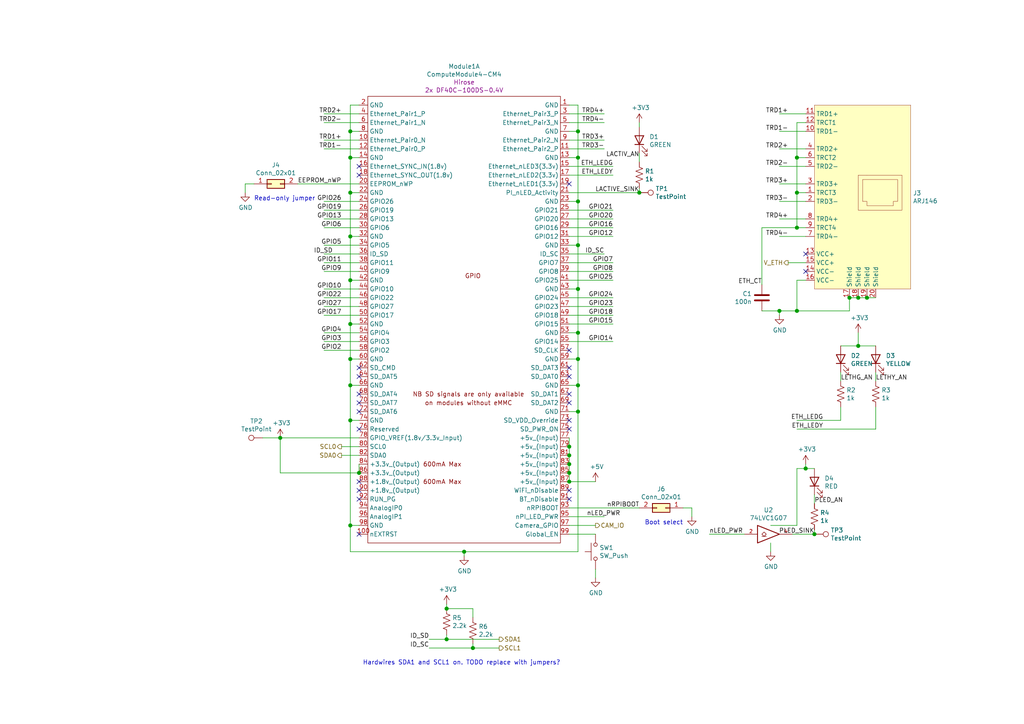
<source format=kicad_sch>
(kicad_sch (version 20201015) (generator eeschema)
  (paper "A4")
  (title_block (title "CM4 Breakout 1 (GPIO and Ethernet)"))
  (lib_symbols
    (symbol "74xGxx:74LVC1G07" (pin_names (offset 1.016))
      (property "Reference" "U" (at -2.54 3.81 0))
      (property "Value" "74LVC1G07" (at 0 -3.81 0))
      (symbol "74LVC1G07_0_1"
        (polyline (pts (xy -2.54 -0.635) (xy -1.27 -0.635)))
        (polyline (pts (xy -3.81 2.54) (xy -3.81 -2.54) (xy 2.54 0) (xy -3.81 2.54)) (stroke (width 0.254)))
        (polyline (pts (xy -1.905 0.635) (xy -2.54 0) (xy -1.905 -0.635) (xy -1.27 0) (xy -1.905 0.635)))
      )
      (symbol "74LVC1G07_1_1"
        (pin input line (at -7.62 0 0) (length 3.81) (name "~") (number "2"))
        (pin power_in line (at 0 -2.54 270) (length 0) hide (name "GND") (number "3"))
        (pin open_collector line (at 6.35 0 180) (length 3.81) (name "~") (number "4"))
        (pin power_in line (at 0 2.54 90) (length 0) hide (name "VCC") (number "5"))
      )
    )
    (symbol "CM4IO:ComputeModule4-CM4"
      (property "Reference" "Module" (at 113.03 -68.58 0))
      (property "Value" "ComputeModule4-CM4" (at 140.97 2.54 0))
      (property "Field4" "Hirose" (at 0 0 0))
      (property "Field5" "2x DF40C-100DS-0.4V" (at 0 -2.54 0))
      (symbol "ComputeModule4-CM4_1_0"
        (text "GPIO" (at 0 6.35 0) (effects (font (size 1.27 1.27))))
      )
      (symbol "ComputeModule4-CM4_1_1"
        (text "600mA Max" (at -8.89 -53.34 0) (effects (font (size 1.27 1.27))))
        (text "600mA Max" (at -8.89 -48.26 0) (effects (font (size 1.27 1.27))))
        (text "NB SD signals are only available" (at -1.27 -27.94 0) (effects (font (size 1.27 1.27))))
        (text "on modules without eMMC" (at -1.27 -30.48 0) (effects (font (size 1.27 1.27))))
        (rectangle (start -30.48 -71.12) (end 25.4 58.42))
        (pin power_in line (at 27.94 55.88 180) (length 2.54) (name "GND") (number "1"))
        (pin passive line (at -33.02 45.72 0) (length 2.54) (name "Ethernet_Pair0_N") (number "10"))
        (pin output line (at -33.02 -68.58 0) (length 2.54) (name "nEXTRST") (number "100"))
        (pin passive line (at 27.94 43.18 180) (length 2.54) (name "Ethernet_Pair2_P") (number "11"))
        (pin passive line (at -33.02 43.18 0) (length 2.54) (name "Ethernet_Pair0_P") (number "12"))
        (pin power_in line (at 27.94 40.64 180) (length 2.54) (name "GND") (number "13"))
        (pin power_in line (at -33.02 40.64 0) (length 2.54) (name "GND") (number "14"))
        (pin output line (at 27.94 38.1 180) (length 2.54) (name "Ethernet_nLED3(3.3v)") (number "15"))
        (pin input line (at -33.02 38.1 0) (length 2.54) (name "Ethernet_SYNC_IN(1.8v)") (number "16"))
        (pin output line (at 27.94 35.56 180) (length 2.54) (name "Ethernet_nLED2(3.3v)") (number "17"))
        (pin input line (at -33.02 35.56 0) (length 2.54) (name "Ethernet_SYNC_OUT(1.8v)") (number "18"))
        (pin output line (at 27.94 33.02 180) (length 2.54) (name "Ethernet_nLED1(3.3v)") (number "19"))
        (pin power_in line (at -33.02 55.88 0) (length 2.54) (name "GND") (number "2"))
        (pin passive line (at -33.02 33.02 0) (length 2.54) (name "EEPROM_nWP") (number "20"))
        (pin open_collector line (at 27.94 30.48 180) (length 2.54) (name "PI_nLED_Activity") (number "21"))
        (pin power_in line (at -33.02 30.48 0) (length 2.54) (name "GND") (number "22"))
        (pin power_in line (at 27.94 27.94 180) (length 2.54) (name "GND") (number "23"))
        (pin passive line (at -33.02 27.94 0) (length 2.54) (name "GPIO26") (number "24"))
        (pin passive line (at 27.94 25.4 180) (length 2.54) (name "GPIO21") (number "25"))
        (pin passive line (at -33.02 25.4 0) (length 2.54) (name "GPIO19") (number "26"))
        (pin passive line (at 27.94 22.86 180) (length 2.54) (name "GPIO20") (number "27"))
        (pin passive line (at -33.02 22.86 0) (length 2.54) (name "GPIO13") (number "28"))
        (pin passive line (at 27.94 20.32 180) (length 2.54) (name "GPIO16") (number "29"))
        (pin passive line (at 27.94 53.34 180) (length 2.54) (name "Ethernet_Pair3_P") (number "3"))
        (pin passive line (at -33.02 20.32 0) (length 2.54) (name "GPIO6") (number "30"))
        (pin passive line (at 27.94 17.78 180) (length 2.54) (name "GPIO12") (number "31"))
        (pin power_in line (at -33.02 17.78 0) (length 2.54) (name "GND") (number "32"))
        (pin power_in line (at 27.94 15.24 180) (length 2.54) (name "GND") (number "33"))
        (pin passive line (at -33.02 15.24 0) (length 2.54) (name "GPIO5") (number "34"))
        (pin passive line (at 27.94 12.7 180) (length 2.54) (name "ID_SC") (number "35"))
        (pin passive line (at -33.02 12.7 0) (length 2.54) (name "ID_SD") (number "36"))
        (pin passive line (at 27.94 10.16 180) (length 2.54) (name "GPIO7") (number "37"))
        (pin passive line (at -33.02 10.16 0) (length 2.54) (name "GPIO11") (number "38"))
        (pin passive line (at 27.94 7.62 180) (length 2.54) (name "GPIO8") (number "39"))
        (pin passive line (at -33.02 53.34 0) (length 2.54) (name "Ethernet_Pair1_P") (number "4"))
        (pin passive line (at -33.02 7.62 0) (length 2.54) (name "GPIO9") (number "40"))
        (pin passive line (at 27.94 5.08 180) (length 2.54) (name "GPIO25") (number "41"))
        (pin power_in line (at -33.02 5.08 0) (length 2.54) (name "GND") (number "42"))
        (pin power_in line (at 27.94 2.54 180) (length 2.54) (name "GND") (number "43"))
        (pin passive line (at -33.02 2.54 0) (length 2.54) (name "GPIO10") (number "44"))
        (pin passive line (at 27.94 0 180) (length 2.54) (name "GPIO24") (number "45"))
        (pin passive line (at -33.02 0 0) (length 2.54) (name "GPIO22") (number "46"))
        (pin passive line (at 27.94 -2.54 180) (length 2.54) (name "GPIO23") (number "47"))
        (pin passive line (at -33.02 -2.54 0) (length 2.54) (name "GPIO27") (number "48"))
        (pin passive line (at 27.94 -5.08 180) (length 2.54) (name "GPIO18") (number "49"))
        (pin passive line (at 27.94 50.8 180) (length 2.54) (name "Ethernet_Pair3_N") (number "5"))
        (pin passive line (at -33.02 -5.08 0) (length 2.54) (name "GPIO17") (number "50"))
        (pin passive line (at 27.94 -7.62 180) (length 2.54) (name "GPIO15") (number "51"))
        (pin power_in line (at -33.02 -7.62 0) (length 2.54) (name "GND") (number "52"))
        (pin power_in line (at 27.94 -10.16 180) (length 2.54) (name "GND") (number "53"))
        (pin passive line (at -33.02 -10.16 0) (length 2.54) (name "GPIO4") (number "54"))
        (pin passive line (at 27.94 -12.7 180) (length 2.54) (name "GPIO14") (number "55"))
        (pin passive line (at -33.02 -12.7 0) (length 2.54) (name "GPIO3") (number "56"))
        (pin passive line (at 27.94 -15.24 180) (length 2.54) (name "SD_CLK") (number "57"))
        (pin passive line (at -33.02 -15.24 0) (length 2.54) (name "GPIO2") (number "58"))
        (pin power_in line (at 27.94 -17.78 180) (length 2.54) (name "GND") (number "59"))
        (pin passive line (at -33.02 50.8 0) (length 2.54) (name "Ethernet_Pair1_N") (number "6"))
        (pin power_in line (at -33.02 -17.78 0) (length 2.54) (name "GND") (number "60"))
        (pin passive line (at 27.94 -20.32 180) (length 2.54) (name "SD_DAT3") (number "61"))
        (pin passive line (at -33.02 -20.32 0) (length 2.54) (name "SD_CMD") (number "62"))
        (pin passive line (at 27.94 -22.86 180) (length 2.54) (name "SD_DAT0") (number "63"))
        (pin passive line (at -33.02 -22.86 0) (length 2.54) (name "SD_DAT5") (number "64"))
        (pin power_in line (at 27.94 -25.4 180) (length 2.54) (name "GND") (number "65"))
        (pin power_in line (at -33.02 -25.4 0) (length 2.54) (name "GND") (number "66"))
        (pin passive line (at 27.94 -27.94 180) (length 2.54) (name "SD_DAT1") (number "67"))
        (pin passive line (at -33.02 -27.94 0) (length 2.54) (name "SD_DAT4") (number "68"))
        (pin passive line (at 27.94 -30.48 180) (length 2.54) (name "SD_DAT2") (number "69"))
        (pin power_in line (at 27.94 48.26 180) (length 2.54) (name "GND") (number "7"))
        (pin passive line (at -33.02 -30.48 0) (length 2.54) (name "SD_DAT7") (number "70"))
        (pin power_in line (at 27.94 -33.02 180) (length 2.54) (name "GND") (number "71"))
        (pin passive line (at -33.02 -33.02 0) (length 2.54) (name "SD_DAT6") (number "72"))
        (pin input line (at 27.94 -35.56 180) (length 2.54) (name "SD_VDD_Override") (number "73"))
        (pin power_in line (at -33.02 -35.56 0) (length 2.54) (name "GND") (number "74"))
        (pin output line (at 27.94 -38.1 180) (length 2.54) (name "SD_PWR_ON") (number "75"))
        (pin passive line (at -33.02 -38.1 0) (length 2.54) (name "Reserved") (number "76"))
        (pin power_in line (at 27.94 -40.64 180) (length 2.54) (name "+5v_(Input)") (number "77"))
        (pin power_in line (at -33.02 -40.64 0) (length 2.54) (name "GPIO_VREF(1.8v/3.3v_Input)") (number "78"))
        (pin power_in line (at 27.94 -43.18 180) (length 2.54) (name "+5v_(Input)") (number "79"))
        (pin power_in line (at -33.02 48.26 0) (length 2.54) (name "GND") (number "8"))
        (pin passive line (at -33.02 -43.18 0) (length 2.54) (name "SCL0") (number "80"))
        (pin power_in line (at 27.94 -45.72 180) (length 2.54) (name "+5v_(Input)") (number "81"))
        (pin passive line (at -33.02 -45.72 0) (length 2.54) (name "SDA0") (number "82"))
        (pin power_in line (at 27.94 -48.26 180) (length 2.54) (name "+5v_(Input)") (number "83"))
        (pin power_out line (at -33.02 -48.26 0) (length 2.54) (name "+3.3v_(Output)") (number "84"))
        (pin power_in line (at 27.94 -50.8 180) (length 2.54) (name "+5v_(Input)") (number "85"))
        (pin power_out line (at -33.02 -50.8 0) (length 2.54) (name "+3.3v_(Output)") (number "86"))
        (pin power_in line (at 27.94 -53.34 180) (length 2.54) (name "+5v_(Input)") (number "87"))
        (pin power_out line (at -33.02 -53.34 0) (length 2.54) (name "+1.8v_(Output)") (number "88"))
        (pin power_in line (at 27.94 -55.88 180) (length 2.54) (name "WiFi_nDisable") (number "89"))
        (pin passive line (at 27.94 45.72 180) (length 2.54) (name "Ethernet_Pair2_N") (number "9"))
        (pin power_out line (at -33.02 -55.88 0) (length 2.54) (name "+1.8v_(Output)") (number "90"))
        (pin power_in line (at 27.94 -58.42 180) (length 2.54) (name "BT_nDisable") (number "91"))
        (pin passive line (at -33.02 -58.42 0) (length 2.54) (name "RUN_PG") (number "92"))
        (pin input line (at 27.94 -60.96 180) (length 2.54) (name "nRPIBOOT") (number "93"))
        (pin passive line (at -33.02 -60.96 0) (length 2.54) (name "AnalogIP0") (number "94"))
        (pin output line (at 27.94 -63.5 180) (length 2.54) (name "nPI_LED_PWR") (number "95"))
        (pin passive line (at -33.02 -63.5 0) (length 2.54) (name "AnalogIP1") (number "96"))
        (pin passive line (at 27.94 -66.04 180) (length 2.54) (name "Camera_GPIO") (number "97"))
        (pin power_in line (at -33.02 -66.04 0) (length 2.54) (name "GND") (number "98"))
        (pin input line (at 27.94 -68.58 180) (length 2.54) (name "Global_EN") (number "99"))
      )
      (symbol "ComputeModule4-CM4_2_1"
        (text "High Speed Serial" (at 140.97 0 0) (effects (font (size 1.27 1.27))))
        (rectangle (start 114.3 -66.04) (end 165.1 63.5))
        (pin input line (at 170.18 60.96 180) (length 5.08) (name "USB_OTG_ID") (number "101"))
        (pin input line (at 109.22 60.96 0) (length 5.08) (name "PCIe_CLK_nREQ") (number "102"))
        (pin passive line (at 170.18 58.42 180) (length 5.08) (name "USB2_N") (number "103"))
        (pin passive line (at 109.22 58.42 0) (length 5.08) (name "Reserved") (number "104"))
        (pin passive line (at 170.18 55.88 180) (length 5.08) (name "USB2_P") (number "105"))
        (pin passive line (at 109.22 55.88 0) (length 5.08) (name "Reserved") (number "106"))
        (pin power_in line (at 170.18 53.34 180) (length 5.08) (name "GND") (number "107"))
        (pin power_in line (at 109.22 53.34 0) (length 5.08) (name "GND") (number "108"))
        (pin bidirectional line (at 170.18 50.8 180) (length 5.08) (name "PCIe_nRST") (number "109"))
        (pin output line (at 109.22 50.8 0) (length 5.08) (name "PCIe_CLK_P") (number "110"))
        (pin passive line (at 170.18 48.26 180) (length 5.08) (name "VDAC_COMP") (number "111"))
        (pin output line (at 109.22 48.26 0) (length 5.08) (name "PCIe_CLK_N") (number "112"))
        (pin power_in line (at 170.18 45.72 180) (length 5.08) (name "GND") (number "113"))
        (pin power_in line (at 109.22 45.72 0) (length 5.08) (name "GND") (number "114"))
        (pin input line (at 170.18 43.18 180) (length 5.08) (name "CAM1_D0_N") (number "115"))
        (pin input line (at 109.22 43.18 0) (length 5.08) (name "PCIe_RX_P") (number "116"))
        (pin input line (at 170.18 40.64 180) (length 5.08) (name "CAM1_D0_P") (number "117"))
        (pin input line (at 109.22 40.64 0) (length 5.08) (name "PCIe_RX_N") (number "118"))
        (pin power_in line (at 170.18 38.1 180) (length 5.08) (name "GND") (number "119"))
        (pin power_in line (at 109.22 38.1 0) (length 5.08) (name "GND") (number "120"))
        (pin input line (at 170.18 35.56 180) (length 5.08) (name "CAM1_D1_N") (number "121"))
        (pin output line (at 109.22 35.56 0) (length 5.08) (name "PCIe_TX_P") (number "122"))
        (pin input line (at 170.18 33.02 180) (length 5.08) (name "CAM1_D1_P") (number "123"))
        (pin output line (at 109.22 33.02 0) (length 5.08) (name "PCIe_TX_N") (number "124"))
        (pin power_in line (at 170.18 30.48 180) (length 5.08) (name "GND") (number "125"))
        (pin power_in line (at 109.22 30.48 0) (length 5.08) (name "GND") (number "126"))
        (pin input line (at 170.18 27.94 180) (length 5.08) (name "CAM1_C_N") (number "127"))
        (pin input line (at 109.22 27.94 0) (length 5.08) (name "CAM0_D0_N") (number "128"))
        (pin input line (at 170.18 25.4 180) (length 5.08) (name "CAM1_C_P") (number "129"))
        (pin input line (at 109.22 25.4 0) (length 5.08) (name "CAM0_D0_P") (number "130"))
        (pin power_in line (at 170.18 22.86 180) (length 5.08) (name "GND") (number "131"))
        (pin power_in line (at 109.22 22.86 0) (length 5.08) (name "GND") (number "132"))
        (pin input line (at 170.18 20.32 180) (length 5.08) (name "CAM1_D2_N") (number "133"))
        (pin input line (at 109.22 20.32 0) (length 5.08) (name "CAM0_D1_N") (number "134"))
        (pin input line (at 170.18 17.78 180) (length 5.08) (name "CAM1_D2_P") (number "135"))
        (pin input line (at 109.22 17.78 0) (length 5.08) (name "CAM0_D1_P") (number "136"))
        (pin power_in line (at 170.18 15.24 180) (length 5.08) (name "GND") (number "137"))
        (pin power_in line (at 109.22 15.24 0) (length 5.08) (name "GND") (number "138"))
        (pin input line (at 170.18 12.7 180) (length 5.08) (name "CAM1_D3_N") (number "139"))
        (pin input line (at 109.22 12.7 0) (length 5.08) (name "CAM0_C_N") (number "140"))
        (pin input line (at 170.18 10.16 180) (length 5.08) (name "CAM1_D3_P") (number "141"))
        (pin input line (at 109.22 10.16 0) (length 5.08) (name "CAM0_C_P") (number "142"))
        (pin input line (at 170.18 7.62 180) (length 5.08) (name "HDMI1_HOTPLUG") (number "143"))
        (pin power_in line (at 109.22 7.62 0) (length 5.08) (name "GND") (number "144"))
        (pin bidirectional line (at 170.18 5.08 180) (length 5.08) (name "HDMI1_SDA") (number "145"))
        (pin output line (at 109.22 5.08 0) (length 5.08) (name "HDMI1_TX2_P") (number "146"))
        (pin open_collector line (at 170.18 2.54 180) (length 5.08) (name "HDMI1_SCL") (number "147"))
        (pin output line (at 109.22 2.54 0) (length 5.08) (name "HDMI1_TX2_N") (number "148"))
        (pin open_collector line (at 170.18 0 180) (length 5.08) (name "HDMI1_CEC") (number "149"))
        (pin power_in line (at 109.22 0 0) (length 5.08) (name "GND") (number "150"))
        (pin open_collector line (at 170.18 -2.54 180) (length 5.08) (name "HDMI0_CEC") (number "151"))
        (pin output line (at 109.22 -2.54 0) (length 5.08) (name "HDMI1_TX1_P") (number "152"))
        (pin input line (at 170.18 -5.08 180) (length 5.08) (name "HDMI0_HOTPLUG") (number "153"))
        (pin output line (at 109.22 -5.08 0) (length 5.08) (name "HDMI1_TX1_N") (number "154"))
        (pin power_in line (at 170.18 -7.62 180) (length 5.08) (name "GND") (number "155"))
        (pin power_in line (at 109.22 -7.62 0) (length 5.08) (name "GND") (number "156"))
        (pin output line (at 170.18 -10.16 180) (length 5.08) (name "DSI0_D0_N") (number "157"))
        (pin output line (at 109.22 -10.16 0) (length 5.08) (name "HDMI1_TX0_P") (number "158"))
        (pin output line (at 170.18 -12.7 180) (length 5.08) (name "DSI0_D0_P") (number "159"))
        (pin output line (at 109.22 -12.7 0) (length 5.08) (name "HDMI1_TX0_N") (number "160"))
        (pin power_in line (at 170.18 -15.24 180) (length 5.08) (name "GND") (number "161"))
        (pin power_in line (at 109.22 -15.24 0) (length 5.08) (name "GND") (number "162"))
        (pin output line (at 170.18 -17.78 180) (length 5.08) (name "DSI0_D1_N") (number "163"))
        (pin output line (at 109.22 -17.78 0) (length 5.08) (name "HDMI1_CLK_P") (number "164"))
        (pin output line (at 170.18 -20.32 180) (length 5.08) (name "DSI0_D1_P") (number "165"))
        (pin output line (at 109.22 -20.32 0) (length 5.08) (name "HDMI1_CLK_N") (number "166"))
        (pin power_in line (at 170.18 -22.86 180) (length 5.08) (name "GND") (number "167"))
        (pin power_in line (at 109.22 -22.86 0) (length 5.08) (name "GND") (number "168"))
        (pin output line (at 170.18 -25.4 180) (length 5.08) (name "DSI0_C_N") (number "169"))
        (pin output line (at 109.22 -25.4 0) (length 5.08) (name "HDMI0_TX2_P") (number "170"))
        (pin output line (at 170.18 -27.94 180) (length 5.08) (name "DSI0_C_P") (number "171"))
        (pin output line (at 109.22 -27.94 0) (length 5.08) (name "HDMI0_TX2_N") (number "172"))
        (pin power_in line (at 170.18 -30.48 180) (length 5.08) (name "GND") (number "173"))
        (pin power_in line (at 109.22 -30.48 0) (length 5.08) (name "GND") (number "174"))
        (pin output line (at 170.18 -33.02 180) (length 5.08) (name "DSI1_D0_N") (number "175"))
        (pin output line (at 109.22 -33.02 0) (length 5.08) (name "HDMI0_TX1_P") (number "176"))
        (pin output line (at 170.18 -35.56 180) (length 5.08) (name "DSI1_D0_P") (number "177"))
        (pin output line (at 109.22 -35.56 0) (length 5.08) (name "HDMI0_TX1_N") (number "178"))
        (pin power_in line (at 170.18 -38.1 180) (length 5.08) (name "GND") (number "179"))
        (pin power_in line (at 109.22 -38.1 0) (length 5.08) (name "GND") (number "180"))
        (pin output line (at 170.18 -40.64 180) (length 5.08) (name "DSI1_D1_N") (number "181"))
        (pin output line (at 109.22 -40.64 0) (length 5.08) (name "HDMI0_TX0_P") (number "182"))
        (pin output line (at 170.18 -43.18 180) (length 5.08) (name "DSI1_D1_P") (number "183"))
        (pin output line (at 109.22 -43.18 0) (length 5.08) (name "HDMI0_TX0_N") (number "184"))
        (pin power_in line (at 170.18 -45.72 180) (length 5.08) (name "GND") (number "185"))
        (pin power_in line (at 109.22 -45.72 0) (length 5.08) (name "GND") (number "186"))
        (pin output line (at 170.18 -48.26 180) (length 5.08) (name "DSI1_C_N") (number "187"))
        (pin output line (at 109.22 -48.26 0) (length 5.08) (name "HDMI0_CLK_P") (number "188"))
        (pin output line (at 170.18 -50.8 180) (length 5.08) (name "DSI1_C_P") (number "189"))
        (pin output line (at 109.22 -50.8 0) (length 5.08) (name "HDMI0_CLK_N") (number "190"))
        (pin power_in line (at 170.18 -53.34 180) (length 5.08) (name "GND") (number "191"))
        (pin power_in line (at 109.22 -53.34 0) (length 5.08) (name "GND") (number "192"))
        (pin output line (at 170.18 -55.88 180) (length 5.08) (name "DSI1_D2_N") (number "193"))
        (pin output line (at 109.22 -55.88 0) (length 5.08) (name "DSI1_D3_N") (number "194"))
        (pin output line (at 170.18 -58.42 180) (length 5.08) (name "DSI1_D2_P") (number "195"))
        (pin output line (at 109.22 -58.42 0) (length 5.08) (name "DSI1_D3_P") (number "196"))
        (pin power_in line (at 170.18 -60.96 180) (length 5.08) (name "GND") (number "197"))
        (pin power_in line (at 109.22 -60.96 0) (length 5.08) (name "GND") (number "198"))
        (pin bidirectional line (at 170.18 -63.5 180) (length 5.08) (name "HDMI0_SDA") (number "199"))
        (pin open_collector line (at 109.22 -63.5 0) (length 5.08) (name "HDMI0_SCL") (number "200"))
      )
    )
    (symbol "Connector:TestPoint" (pin_numbers hide) (pin_names (offset 0.762) hide)
      (property "Reference" "TP" (at 0 6.858 0))
      (property "Value" "TestPoint" (at 0 5.08 0))
      (symbol "TestPoint_0_1"
        (circle (center 0 3.302) (radius 0.762))
      )
      (symbol "TestPoint_1_1"
        (pin passive line (at 0 0 90) (length 2.54) (name "1") (number "1"))
      )
    )
    (symbol "Connector_Generic:Conn_02x01" (pin_names (offset 1.016) hide)
      (property "Reference" "J" (at 1.27 2.54 0))
      (property "Value" "Conn_02x01" (at 1.27 -2.54 0))
      (symbol "Conn_02x01_1_1"
        (rectangle (start -1.27 0.127) (end 0 -0.127) (stroke (width 0.1524)))
        (rectangle (start -1.27 1.27) (end 3.81 -1.27) (stroke (width 0.254)) (fill (type background)))
        (rectangle (start 3.81 0.127) (end 2.54 -0.127) (stroke (width 0.1524)))
        (pin passive line (at -5.08 0 0) (length 3.81) (name "Pin_1") (number "1"))
        (pin passive line (at 7.62 0 180) (length 3.81) (name "Pin_2") (number "2"))
      )
    )
    (symbol "Device:C" (pin_numbers hide) (pin_names (offset 0.254))
      (property "Reference" "C" (at 0.635 2.54 0))
      (property "Value" "C" (at 0.635 -2.54 0))
      (symbol "C_0_1"
        (polyline (pts (xy -2.032 -0.762) (xy 2.032 -0.762)) (stroke (width 0.508)))
        (polyline (pts (xy -2.032 0.762) (xy 2.032 0.762)) (stroke (width 0.508)))
      )
      (symbol "C_1_1"
        (pin passive line (at 0 3.81 270) (length 2.794) (name "~") (number "1"))
        (pin passive line (at 0 -3.81 90) (length 2.794) (name "~") (number "2"))
      )
    )
    (symbol "Device:LED" (pin_numbers hide) (pin_names (offset 1.016) hide)
      (property "Reference" "D" (at 0 2.54 0))
      (property "Value" "LED" (at 0 -2.54 0))
      (symbol "LED_0_1"
        (polyline (pts (xy -1.27 -1.27) (xy -1.27 1.27)) (stroke (width 0.254)))
        (polyline (pts (xy -1.27 0) (xy 1.27 0)))
        (polyline (pts (xy 1.27 -1.27) (xy 1.27 1.27) (xy -1.27 0) (xy 1.27 -1.27)) (stroke (width 0.254)))
        (polyline (pts (xy -3.048 -0.762) (xy -4.572 -2.286) (xy -3.81 -2.286) (xy -4.572 -2.286) (xy -4.572 -1.524)))
        (polyline (pts (xy -1.778 -0.762) (xy -3.302 -2.286) (xy -2.54 -2.286) (xy -3.302 -2.286) (xy -3.302 -1.524)))
      )
      (symbol "LED_1_1"
        (pin passive line (at -3.81 0 0) (length 2.54) (name "K") (number "1"))
        (pin passive line (at 3.81 0 180) (length 2.54) (name "A") (number "2"))
      )
    )
    (symbol "Device:R_US" (pin_numbers hide) (pin_names (offset 0))
      (property "Reference" "R" (at 2.54 0 90))
      (property "Value" "R_US" (at -2.54 0 90))
      (symbol "R_US_0_1"
        (polyline (pts (xy 0 -2.286) (xy 0 -2.54)))
        (polyline (pts (xy 0 2.286) (xy 0 2.54)))
        (polyline (pts (xy 0 -0.762) (xy 1.016 -1.143) (xy 0 -1.524) (xy -1.016 -1.905) (xy 0 -2.286)))
        (polyline (pts (xy 0 0.762) (xy 1.016 0.381) (xy 0 0) (xy -1.016 -0.381) (xy 0 -0.762)))
        (polyline (pts (xy 0 2.286) (xy 1.016 1.905) (xy 0 1.524) (xy -1.016 1.143) (xy 0 0.762)))
      )
      (symbol "R_US_1_1"
        (pin passive line (at 0 3.81 270) (length 1.27) (name "~") (number "1"))
        (pin passive line (at 0 -3.81 90) (length 1.27) (name "~") (number "2"))
      )
    )
    (symbol "Switch:SW_Push" (pin_numbers hide) (pin_names (offset 1.016) hide)
      (property "Reference" "SW" (at 1.27 2.54 0))
      (property "Value" "SW_Push" (at 0 -1.524 0))
      (symbol "SW_Push_0_1"
        (circle (center -2.032 0) (radius 0.508))
        (circle (center 2.032 0) (radius 0.508))
        (polyline (pts (xy 0 1.27) (xy 0 3.048)))
        (polyline (pts (xy 2.54 1.27) (xy -2.54 1.27)))
        (pin passive line (at -5.08 0 0) (length 2.54) (name "1") (number "1"))
        (pin passive line (at 5.08 0 180) (length 2.54) (name "2") (number "2"))
      )
    )
    (symbol "openstereo2:ARJ146"
      (property "Reference" "J" (at 0 2.54 0))
      (property "Value" "ARJ146" (at 0 0 0))
      (symbol "ARJ146_0_1"
        (rectangle (start -12.7 -2.54) (end 15.24 -55.88) (stroke (width 0.001)) (fill (type background)))
        (rectangle (start 0 -22.86) (end 12.7 -33.02) (stroke (width 0.001)))
        (rectangle (start 2.54 -22.86) (end 2.54 -22.86) (stroke (width 0.0006)))
        (polyline (pts (xy 1.27 -24.13) (xy 11.43 -24.13) (xy 11.43 -30.48) (xy 10.16 -30.48) (xy 10.16 -31.75) (xy 2.54 -31.75) (xy 2.54 -30.48) (xy 1.27 -30.48) (xy 1.27 -24.13)) (stroke (width 0.0006)))
      )
      (symbol "ARJ146_1_1"
        (pin bidirectional line (at -15.24 -5.08 0) (length 2.54) (name "TRD1+") (number "11"))
        (pin bidirectional line (at -15.24 -7.62 0) (length 2.54) (name "TRCT1") (number "12"))
        (pin bidirectional line (at -15.24 -10.16 0) (length 2.54) (name "TRD1-") (number "10"))
        (pin bidirectional line (at -15.24 -15.24 0) (length 2.54) (name "TRD2+") (number "4"))
        (pin bidirectional line (at -15.24 -17.78 0) (length 2.54) (name "TRCT2") (number "6"))
        (pin bidirectional line (at -15.24 -20.32 0) (length 2.54) (name "TRD2-") (number "5"))
        (pin bidirectional line (at -15.24 -25.4 0) (length 2.54) (name "TRD3+") (number "3"))
        (pin bidirectional line (at -15.24 -27.94 0) (length 2.54) (name "TRCT3") (number "1"))
        (pin bidirectional line (at -15.24 -30.48 0) (length 2.54) (name "TRD3-") (number "2"))
        (pin bidirectional line (at -15.24 -35.56 0) (length 2.54) (name "TRD4+") (number "8"))
        (pin bidirectional line (at -15.24 -40.64 0) (length 2.54) (name "TRD4-") (number "7"))
        (pin bidirectional line (at -15.24 -38.1 0) (length 2.54) (name "TRCT4") (number "9"))
        (pin power_in line (at -15.24 -45.72 0) (length 2.54) (name "VCC+") (number "13"))
        (pin power_in line (at -15.24 -50.8 0) (length 2.54) (name "VCC-") (number "14"))
        (pin power_in line (at -15.24 -48.26 0) (length 2.54) (name "VCC+") (number "15"))
        (pin power_in line (at -15.24 -53.34 0) (length 2.54) (name "VCC-") (number "16"))
        (pin passive line (at -2.54 -58.42 90) (length 2.54) (name "Shield") (number "17"))
        (pin passive line (at 0 -58.42 90) (length 2.54) (name "Shield") (number "18"))
        (pin passive line (at 2.54 -58.42 90) (length 2.54) (name "Shield") (number "19"))
        (pin passive line (at 5.08 -58.42 90) (length 2.54) (name "Shield") (number "20"))
      )
    )
    (symbol "power:+3V3" (power) (pin_names (offset 0))
      (property "Value" "+3V3" (at 0 3.556 0))
      (symbol "+3V3_0_1"
        (polyline (pts (xy -0.762 1.27) (xy 0 2.54)))
        (polyline (pts (xy 0 0) (xy 0 2.54)))
        (polyline (pts (xy 0 2.54) (xy 0.762 1.27)))
      )
      (symbol "+3V3_1_1"
        (pin power_in line (at 0 0 90) (length 0) hide (name "+3V3") (number "1"))
      )
    )
    (symbol "power:+5V" (power) (pin_names (offset 0))
      (property "Value" "+5V" (at 0 3.556 0))
      (symbol "+5V_0_1"
        (polyline (pts (xy -0.762 1.27) (xy 0 2.54)))
        (polyline (pts (xy 0 0) (xy 0 2.54)))
        (polyline (pts (xy 0 2.54) (xy 0.762 1.27)))
      )
      (symbol "+5V_1_1"
        (pin power_in line (at 0 0 90) (length 0) hide (name "+5V") (number "1"))
      )
    )
    (symbol "power:GND" (power) (pin_names (offset 0))
      (property "Value" "GND" (at 0 -3.81 0))
      (symbol "GND_0_1"
        (polyline (pts (xy 0 0) (xy 0 -1.27) (xy 1.27 -1.27) (xy 0 -2.54) (xy -1.27 -1.27) (xy 0 -1.27)))
      )
      (symbol "GND_1_1"
        (pin power_in line (at 0 0 270) (length 0) hide (name "GND") (number "1"))
      )
    )
  )
  (junction (at 81.28 127) (diameter 1.016))
  (junction (at 101.6 38.1) (diameter 1.016))
  (junction (at 101.6 45.72) (diameter 1.016))
  (junction (at 101.6 55.88) (diameter 1.016))
  (junction (at 101.6 68.58) (diameter 1.016))
  (junction (at 101.6 81.28) (diameter 1.016))
  (junction (at 101.6 93.98) (diameter 1.016))
  (junction (at 101.6 104.14) (diameter 1.016))
  (junction (at 101.6 111.76) (diameter 1.016))
  (junction (at 101.6 121.92) (diameter 1.016))
  (junction (at 101.6 152.4) (diameter 1.016))
  (junction (at 104.14 137.16) (diameter 1.016))
  (junction (at 129.54 176.53) (diameter 1.016))
  (junction (at 129.54 185.42) (diameter 1.016))
  (junction (at 134.62 160.02) (diameter 1.016))
  (junction (at 137.16 187.96) (diameter 1.016))
  (junction (at 165.1 129.54) (diameter 1.016))
  (junction (at 165.1 132.08) (diameter 1.016))
  (junction (at 165.1 134.62) (diameter 1.016))
  (junction (at 165.1 137.16) (diameter 1.016))
  (junction (at 165.1 139.7) (diameter 1.016))
  (junction (at 167.64 38.1) (diameter 1.016))
  (junction (at 167.64 45.72) (diameter 1.016))
  (junction (at 167.64 58.42) (diameter 1.016))
  (junction (at 167.64 71.12) (diameter 1.016))
  (junction (at 167.64 83.82) (diameter 1.016))
  (junction (at 167.64 96.52) (diameter 1.016))
  (junction (at 167.64 104.14) (diameter 1.016))
  (junction (at 167.64 111.76) (diameter 1.016))
  (junction (at 167.64 119.38) (diameter 1.016))
  (junction (at 185.42 55.88) (diameter 1.016))
  (junction (at 226.06 90.17) (diameter 1.016))
  (junction (at 231.14 45.72) (diameter 1.016))
  (junction (at 231.14 55.88) (diameter 1.016))
  (junction (at 231.14 66.04) (diameter 1.016))
  (junction (at 231.14 90.17) (diameter 1.016))
  (junction (at 233.68 135.89) (diameter 1.016))
  (junction (at 236.22 154.94) (diameter 1.016))
  (junction (at 246.38 86.36) (diameter 1.016))
  (junction (at 248.92 86.36) (diameter 1.016))
  (junction (at 248.92 100.33) (diameter 1.016))
  (junction (at 251.46 86.36) (diameter 1.016))
  (no_connect (at 104.14 154.94))
  (no_connect (at 302.26 68.58))
  (no_connect (at 104.14 48.26))
  (no_connect (at 104.14 139.7))
  (no_connect (at 104.14 50.8))
  (no_connect (at 104.14 114.3))
  (no_connect (at 165.1 106.68))
  (no_connect (at 104.14 124.46))
  (no_connect (at 165.1 144.78))
  (no_connect (at 165.1 124.46))
  (no_connect (at 104.14 142.24))
  (no_connect (at 104.14 106.68))
  (no_connect (at 165.1 142.24))
  (no_connect (at 165.1 114.3))
  (no_connect (at 104.14 119.38))
  (no_connect (at 233.68 78.74))
  (no_connect (at 104.14 144.78))
  (no_connect (at 233.68 73.66))
  (no_connect (at 165.1 53.34))
  (no_connect (at 104.14 109.22))
  (no_connect (at 165.1 121.92))
  (no_connect (at 165.1 116.84))
  (no_connect (at 104.14 116.84))
  (no_connect (at 165.1 109.22))
  (no_connect (at 165.1 101.6))
  (wire (pts (xy 71.12 53.34) (xy 71.12 55.88)))
  (wire (pts (xy 73.66 53.34) (xy 71.12 53.34)))
  (wire (pts (xy 76.2 127) (xy 81.28 127)))
  (wire (pts (xy 81.28 127) (xy 81.28 137.16)))
  (wire (pts (xy 81.28 127) (xy 104.14 127)))
  (wire (pts (xy 81.28 137.16) (xy 104.14 137.16)))
  (wire (pts (xy 86.36 53.34) (xy 104.14 53.34)))
  (wire (pts (xy 93.98 33.02) (xy 104.14 33.02)))
  (wire (pts (xy 93.98 35.56) (xy 104.14 35.56)))
  (wire (pts (xy 93.98 40.64) (xy 104.14 40.64)))
  (wire (pts (xy 93.98 43.18) (xy 104.14 43.18)))
  (wire (pts (xy 93.98 58.42) (xy 104.14 58.42)))
  (wire (pts (xy 93.98 60.96) (xy 104.14 60.96)))
  (wire (pts (xy 93.98 63.5) (xy 104.14 63.5)))
  (wire (pts (xy 93.98 66.04) (xy 104.14 66.04)))
  (wire (pts (xy 93.98 71.12) (xy 104.14 71.12)))
  (wire (pts (xy 93.98 73.66) (xy 104.14 73.66)))
  (wire (pts (xy 93.98 76.2) (xy 104.14 76.2)))
  (wire (pts (xy 93.98 78.74) (xy 104.14 78.74)))
  (wire (pts (xy 93.98 83.82) (xy 104.14 83.82)))
  (wire (pts (xy 93.98 86.36) (xy 104.14 86.36)))
  (wire (pts (xy 93.98 88.9) (xy 104.14 88.9)))
  (wire (pts (xy 93.98 91.44) (xy 104.14 91.44)))
  (wire (pts (xy 93.98 96.52) (xy 104.14 96.52)))
  (wire (pts (xy 93.98 99.06) (xy 104.14 99.06)))
  (wire (pts (xy 93.98 101.6) (xy 104.14 101.6)))
  (wire (pts (xy 99.06 129.54) (xy 104.14 129.54)))
  (wire (pts (xy 99.06 132.08) (xy 104.14 132.08)))
  (wire (pts (xy 101.6 30.48) (xy 101.6 38.1)))
  (wire (pts (xy 101.6 38.1) (xy 101.6 45.72)))
  (wire (pts (xy 101.6 38.1) (xy 104.14 38.1)))
  (wire (pts (xy 101.6 45.72) (xy 101.6 55.88)))
  (wire (pts (xy 101.6 45.72) (xy 104.14 45.72)))
  (wire (pts (xy 101.6 55.88) (xy 101.6 68.58)))
  (wire (pts (xy 101.6 55.88) (xy 104.14 55.88)))
  (wire (pts (xy 101.6 68.58) (xy 101.6 81.28)))
  (wire (pts (xy 101.6 68.58) (xy 104.14 68.58)))
  (wire (pts (xy 101.6 81.28) (xy 101.6 93.98)))
  (wire (pts (xy 101.6 81.28) (xy 104.14 81.28)))
  (wire (pts (xy 101.6 93.98) (xy 101.6 104.14)))
  (wire (pts (xy 101.6 93.98) (xy 104.14 93.98)))
  (wire (pts (xy 101.6 104.14) (xy 101.6 111.76)))
  (wire (pts (xy 101.6 104.14) (xy 104.14 104.14)))
  (wire (pts (xy 101.6 111.76) (xy 101.6 121.92)))
  (wire (pts (xy 101.6 111.76) (xy 104.14 111.76)))
  (wire (pts (xy 101.6 121.92) (xy 101.6 152.4)))
  (wire (pts (xy 101.6 121.92) (xy 104.14 121.92)))
  (wire (pts (xy 101.6 152.4) (xy 101.6 160.02)))
  (wire (pts (xy 101.6 152.4) (xy 104.14 152.4)))
  (wire (pts (xy 101.6 160.02) (xy 134.62 160.02)))
  (wire (pts (xy 104.14 30.48) (xy 101.6 30.48)))
  (wire (pts (xy 104.14 134.62) (xy 104.14 137.16)))
  (wire (pts (xy 124.46 187.96) (xy 137.16 187.96)))
  (wire (pts (xy 129.54 175.26) (xy 129.54 176.53)))
  (wire (pts (xy 129.54 176.53) (xy 137.16 176.53)))
  (wire (pts (xy 129.54 185.42) (xy 124.46 185.42)))
  (wire (pts (xy 129.54 185.42) (xy 129.54 184.15)))
  (wire (pts (xy 134.62 160.02) (xy 134.62 161.29)))
  (wire (pts (xy 134.62 160.02) (xy 167.64 160.02)))
  (wire (pts (xy 137.16 179.07) (xy 137.16 176.53)))
  (wire (pts (xy 137.16 187.96) (xy 137.16 186.69)))
  (wire (pts (xy 144.78 185.42) (xy 129.54 185.42)))
  (wire (pts (xy 144.78 187.96) (xy 137.16 187.96)))
  (wire (pts (xy 165.1 30.48) (xy 167.64 30.48)))
  (wire (pts (xy 165.1 33.02) (xy 175.26 33.02)))
  (wire (pts (xy 165.1 35.56) (xy 175.26 35.56)))
  (wire (pts (xy 165.1 38.1) (xy 167.64 38.1)))
  (wire (pts (xy 165.1 40.64) (xy 175.26 40.64)))
  (wire (pts (xy 165.1 43.18) (xy 175.26 43.18)))
  (wire (pts (xy 165.1 45.72) (xy 167.64 45.72)))
  (wire (pts (xy 165.1 48.26) (xy 177.8 48.26)))
  (wire (pts (xy 165.1 50.8) (xy 177.8 50.8)))
  (wire (pts (xy 165.1 55.88) (xy 185.42 55.88)))
  (wire (pts (xy 165.1 58.42) (xy 167.64 58.42)))
  (wire (pts (xy 165.1 60.96) (xy 177.8 60.96)))
  (wire (pts (xy 165.1 63.5) (xy 177.8 63.5)))
  (wire (pts (xy 165.1 66.04) (xy 177.8 66.04)))
  (wire (pts (xy 165.1 68.58) (xy 177.8 68.58)))
  (wire (pts (xy 165.1 71.12) (xy 167.64 71.12)))
  (wire (pts (xy 165.1 73.66) (xy 175.26 73.66)))
  (wire (pts (xy 165.1 76.2) (xy 177.8 76.2)))
  (wire (pts (xy 165.1 78.74) (xy 177.8 78.74)))
  (wire (pts (xy 165.1 81.28) (xy 177.8 81.28)))
  (wire (pts (xy 165.1 83.82) (xy 167.64 83.82)))
  (wire (pts (xy 165.1 86.36) (xy 177.8 86.36)))
  (wire (pts (xy 165.1 88.9) (xy 177.8 88.9)))
  (wire (pts (xy 165.1 91.44) (xy 177.8 91.44)))
  (wire (pts (xy 165.1 93.98) (xy 177.8 93.98)))
  (wire (pts (xy 165.1 96.52) (xy 167.64 96.52)))
  (wire (pts (xy 165.1 99.06) (xy 177.8 99.06)))
  (wire (pts (xy 165.1 104.14) (xy 167.64 104.14)))
  (wire (pts (xy 165.1 111.76) (xy 167.64 111.76)))
  (wire (pts (xy 165.1 119.38) (xy 167.64 119.38)))
  (wire (pts (xy 165.1 127) (xy 165.1 129.54)))
  (wire (pts (xy 165.1 129.54) (xy 165.1 132.08)))
  (wire (pts (xy 165.1 132.08) (xy 165.1 134.62)))
  (wire (pts (xy 165.1 134.62) (xy 165.1 137.16)))
  (wire (pts (xy 165.1 137.16) (xy 165.1 139.7)))
  (wire (pts (xy 165.1 139.7) (xy 172.72 139.7)))
  (wire (pts (xy 165.1 147.32) (xy 185.42 147.32)))
  (wire (pts (xy 165.1 149.86) (xy 175.26 149.86)))
  (wire (pts (xy 165.1 152.4) (xy 172.72 152.4)))
  (wire (pts (xy 165.1 154.94) (xy 172.72 154.94)))
  (wire (pts (xy 167.64 30.48) (xy 167.64 38.1)))
  (wire (pts (xy 167.64 38.1) (xy 167.64 45.72)))
  (wire (pts (xy 167.64 45.72) (xy 167.64 58.42)))
  (wire (pts (xy 167.64 58.42) (xy 167.64 71.12)))
  (wire (pts (xy 167.64 71.12) (xy 167.64 83.82)))
  (wire (pts (xy 167.64 83.82) (xy 167.64 96.52)))
  (wire (pts (xy 167.64 96.52) (xy 167.64 104.14)))
  (wire (pts (xy 167.64 104.14) (xy 167.64 111.76)))
  (wire (pts (xy 167.64 111.76) (xy 167.64 119.38)))
  (wire (pts (xy 167.64 119.38) (xy 167.64 160.02)))
  (wire (pts (xy 172.72 165.1) (xy 172.72 167.64)))
  (wire (pts (xy 185.42 35.56) (xy 185.42 36.83)))
  (wire (pts (xy 185.42 44.45) (xy 185.42 46.99)))
  (wire (pts (xy 185.42 55.88) (xy 185.42 54.61)))
  (wire (pts (xy 198.12 147.32) (xy 200.66 147.32)))
  (wire (pts (xy 200.66 147.32) (xy 200.66 149.86)))
  (wire (pts (xy 205.74 154.94) (xy 215.9 154.94)))
  (wire (pts (xy 220.98 66.04) (xy 220.98 82.55)))
  (wire (pts (xy 223.52 152.4) (xy 231.14 152.4)))
  (wire (pts (xy 223.52 157.48) (xy 223.52 160.02)))
  (wire (pts (xy 226.06 33.02) (xy 233.68 33.02)))
  (wire (pts (xy 226.06 38.1) (xy 233.68 38.1)))
  (wire (pts (xy 226.06 43.18) (xy 233.68 43.18)))
  (wire (pts (xy 226.06 48.26) (xy 233.68 48.26)))
  (wire (pts (xy 226.06 53.34) (xy 233.68 53.34)))
  (wire (pts (xy 226.06 58.42) (xy 233.68 58.42)))
  (wire (pts (xy 226.06 63.5) (xy 233.68 63.5)))
  (wire (pts (xy 226.06 68.58) (xy 233.68 68.58)))
  (wire (pts (xy 226.06 90.17) (xy 220.98 90.17)))
  (wire (pts (xy 226.06 90.17) (xy 226.06 91.44)))
  (wire (pts (xy 228.6 76.2) (xy 233.68 76.2)))
  (wire (pts (xy 229.87 154.94) (xy 236.22 154.94)))
  (wire (pts (xy 231.14 35.56) (xy 231.14 45.72)))
  (wire (pts (xy 231.14 45.72) (xy 231.14 55.88)))
  (wire (pts (xy 231.14 45.72) (xy 233.68 45.72)))
  (wire (pts (xy 231.14 55.88) (xy 231.14 66.04)))
  (wire (pts (xy 231.14 55.88) (xy 233.68 55.88)))
  (wire (pts (xy 231.14 66.04) (xy 220.98 66.04)))
  (wire (pts (xy 231.14 66.04) (xy 233.68 66.04)))
  (wire (pts (xy 231.14 81.28) (xy 231.14 90.17)))
  (wire (pts (xy 231.14 81.28) (xy 233.68 81.28)))
  (wire (pts (xy 231.14 90.17) (xy 226.06 90.17)))
  (wire (pts (xy 231.14 121.92) (xy 243.84 121.92)))
  (wire (pts (xy 231.14 124.46) (xy 254 124.46)))
  (wire (pts (xy 231.14 135.89) (xy 231.14 152.4)))
  (wire (pts (xy 231.14 135.89) (xy 233.68 135.89)))
  (wire (pts (xy 233.68 35.56) (xy 231.14 35.56)))
  (wire (pts (xy 233.68 134.62) (xy 233.68 135.89)))
  (wire (pts (xy 233.68 135.89) (xy 236.22 135.89)))
  (wire (pts (xy 236.22 143.51) (xy 236.22 146.05)))
  (wire (pts (xy 236.22 154.94) (xy 236.22 153.67)))
  (wire (pts (xy 243.84 107.95) (xy 243.84 110.49)))
  (wire (pts (xy 243.84 118.11) (xy 243.84 121.92)))
  (wire (pts (xy 246.38 86.36) (xy 246.38 90.17)))
  (wire (pts (xy 246.38 86.36) (xy 248.92 86.36)))
  (wire (pts (xy 246.38 90.17) (xy 231.14 90.17)))
  (wire (pts (xy 248.92 86.36) (xy 251.46 86.36)))
  (wire (pts (xy 248.92 96.52) (xy 248.92 100.33)))
  (wire (pts (xy 248.92 100.33) (xy 243.84 100.33)))
  (wire (pts (xy 248.92 100.33) (xy 254 100.33)))
  (wire (pts (xy 251.46 86.36) (xy 254 86.36)))
  (wire (pts (xy 254 107.95) (xy 254 110.49)))
  (wire (pts (xy 254 118.11) (xy 254 124.46)))
  (text "Read-only jumper" (at 73.66 58.42 0) (effects (font (size 1.27 1.27)) (justify left bottom)))
  (text "Hardwires SDA1 and SCL1 on. TODO replace with jumpers?" (at 162.56 193.04 0) (effects (font (size 1.27 1.27)) (justify right bottom)))
  (text "Boot select" (at 198.12 152.4 180) (effects (font (size 1.27 1.27)) (justify right bottom)))
  (label "EEPROM_nWP" (at 86.36 53.34 0))
  (label "ID_SD" (at 96.52 73.66 180))
  (label "TRD2+" (at 99.06 33.02 180))
  (label "TRD2-" (at 99.06 35.56 180))
  (label "TRD1+" (at 99.06 40.64 180))
  (label "TRD1-" (at 99.06 43.18 180))
  (label "GPIO26" (at 99.06 58.42 180))
  (label "GPIO19" (at 99.06 60.96 180))
  (label "GPIO13" (at 99.06 63.5 180))
  (label "GPIO6" (at 99.06 66.04 180))
  (label "GPIO5" (at 99.06 71.12 180))
  (label "GPIO11" (at 99.06 76.2 180))
  (label "GPIO9" (at 99.06 78.74 180))
  (label "GPIO10" (at 99.06 83.82 180))
  (label "GPIO22" (at 99.06 86.36 180))
  (label "GPIO27" (at 99.06 88.9 180))
  (label "GPIO17" (at 99.06 91.44 180))
  (label "GPIO4" (at 99.06 96.52 180))
  (label "GPIO3" (at 99.06 99.06 180))
  (label "GPIO2" (at 99.06 101.6 180))
  (label "ID_SD" (at 124.46 185.42 180))
  (label "ID_SC" (at 124.46 187.96 180))
  (label "nLED_PWR" (at 170.18 149.86 0))
  (label "TRD4+" (at 175.26 33.02 180))
  (label "TRD4-" (at 175.26 35.56 180))
  (label "TRD3+" (at 175.26 40.64 180))
  (label "TRD3-" (at 175.26 43.18 180))
  (label "ID_SC" (at 175.26 73.66 180))
  (label "ETH_LEDG" (at 177.8 48.26 180))
  (label "ETH_LEDY" (at 177.8 50.8 180))
  (label "GPIO21" (at 177.8 60.96 180))
  (label "GPIO20" (at 177.8 63.5 180))
  (label "GPIO16" (at 177.8 66.04 180))
  (label "GPIO12" (at 177.8 68.58 180))
  (label "GPIO7" (at 177.8 76.2 180))
  (label "GPIO8" (at 177.8 78.74 180))
  (label "GPIO25" (at 177.8 81.28 180))
  (label "GPIO24" (at 177.8 86.36 180))
  (label "GPIO23" (at 177.8 88.9 180))
  (label "GPIO18" (at 177.8 91.44 180))
  (label "GPIO15" (at 177.8 93.98 180))
  (label "GPIO14" (at 177.8 99.06 180))
  (label "LACTIV_AN" (at 185.42 45.72 180))
  (label "LACTIVE_SINK" (at 185.42 55.88 180))
  (label "nRPIBOOT" (at 185.42 147.32 180))
  (label "nLED_PWR" (at 205.74 154.94 0))
  (label "ETH_CT" (at 220.98 82.55 180))
  (label "TRD1+" (at 228.6 33.02 180))
  (label "TRD1-" (at 228.6 38.1 180))
  (label "TRD2+" (at 228.6 43.18 180))
  (label "TRD2-" (at 228.6 48.26 180))
  (label "TRD3+" (at 228.6 53.34 180))
  (label "TRD3-" (at 228.6 58.42 180))
  (label "TRD4+" (at 228.6 63.5 180))
  (label "TRD4-" (at 228.6 68.58 180))
  (label "PLED_AN" (at 236.22 146.05 0))
  (label "PLED_SINK" (at 236.22 154.94 180))
  (label "ETH_LEDG" (at 238.76 121.92 180))
  (label "ETH_LEDY" (at 238.76 124.46 180))
  (label "LETHG_AN" (at 243.84 110.49 0))
  (label "LETHY_AN" (at 254 110.49 0))
  (hierarchical_label "SCL0" (shape output) (at 99.06 129.54 180))
  (hierarchical_label "SDA0" (shape output) (at 99.06 132.08 180))
  (hierarchical_label "SDA1" (shape output) (at 144.78 185.42 0))
  (hierarchical_label "SCL1" (shape output) (at 144.78 187.96 0))
  (hierarchical_label "CAM_IO" (shape output) (at 172.72 152.4 0))
  (hierarchical_label "V_ETH" (shape output) (at 228.6 76.2 180))
  (symbol (lib_id "Connector:TestPoint") (at 76.2 127 90) (unit 1)
    (property "Reference" "TP2" (at 74.3585 122.1548 90))
    (property "Value" "TestPoint" (at 74.3585 124.4535 90))
    (property "Footprint" "TestPoint:TestPoint_Pad_D2.0mm" (effects hide))
  )
  (symbol (lib_id "Connector:TestPoint") (at 185.42 55.88 270) (unit 1)
    (property "Reference" "TP1" (at 190.1191 54.7306 90) (effects (justify left)))
    (property "Value" "TestPoint" (at 190.1191 57.0293 90) (effects (justify left)))
    (property "Footprint" "TestPoint:TestPoint_Pad_D2.0mm" (effects hide))
  )
  (symbol (lib_id "Connector:TestPoint") (at 236.22 154.94 270) (unit 1)
    (property "Reference" "TP3" (at 240.9191 153.7906 90) (effects (justify left)))
    (property "Value" "TestPoint" (at 240.9191 156.0893 90) (effects (justify left)))
    (property "Footprint" "TestPoint:TestPoint_Pad_D2.0mm" (effects hide))
  )
  (symbol (lib_id "power:+3V3") (at 81.28 127 0) (unit 1)
    (property "Reference" "#PWR09" (effects hide))
    (property "Value" "+3V3" (at 81.6483 122.6756 0))
  )
  (symbol (lib_id "power:+3V3") (at 129.54 175.26 0) (unit 1)
    (property "Reference" "#PWR015" (effects hide))
    (property "Value" "+3V3" (at 129.9083 170.9356 0))
  )
  (symbol (lib_id "power:+5V") (at 172.72 139.7 0) (unit 1)
    (property "Reference" "#PWR011" (effects hide))
    (property "Value" "+5V" (at 173.0883 135.3756 0))
  )
  (symbol (lib_id "power:+3V3") (at 185.42 35.56 0) (unit 1)
    (property "Reference" "#PWR01" (effects hide))
    (property "Value" "+3V3" (at 185.7883 31.2356 0))
  )
  (symbol (lib_id "power:+3V3") (at 233.68 134.62 0) (unit 1)
    (property "Reference" "#PWR010" (effects hide))
    (property "Value" "+3V3" (at 234.0483 130.2956 0))
  )
  (symbol (lib_id "power:+3V3") (at 248.92 96.52 0) (unit 1)
    (property "Reference" "#PWR06" (effects hide))
    (property "Value" "+3V3" (at 249.2883 92.1956 0))
  )
  (symbol (lib_id "power:GND") (at 71.12 55.88 0) (unit 1)
    (property "Reference" "#PWR02" (effects hide))
    (property "Value" "GND" (at 71.2343 60.2044 0))
  )
  (symbol (lib_id "power:GND") (at 134.62 161.29 0) (unit 1)
    (property "Reference" "#PWR0101" (effects hide))
    (property "Value" "GND" (at 134.7343 165.6144 0))
  )
  (symbol (lib_id "power:GND") (at 172.72 167.64 0) (unit 1)
    (property "Reference" "#PWR014" (effects hide))
    (property "Value" "GND" (at 172.8343 171.9644 0))
  )
  (symbol (lib_id "power:GND") (at 200.66 149.86 0) (unit 1)
    (property "Reference" "#PWR012" (effects hide))
    (property "Value" "GND" (at 200.7743 154.1844 0))
  )
  (symbol (lib_id "power:GND") (at 223.52 160.02 0) (unit 1)
    (property "Reference" "#PWR013" (effects hide))
    (property "Value" "GND" (at 223.6343 164.3444 0))
  )
  (symbol (lib_id "power:GND") (at 226.06 91.44 0) (unit 1)
    (property "Reference" "#PWR05" (effects hide))
    (property "Value" "GND" (at 226.1743 95.7644 0))
  )
  (symbol (lib_id "Device:R_US") (at 129.54 180.34 0) (unit 1)
    (property "Reference" "R5" (at 131.1911 179.1906 0) (effects (justify left)))
    (property "Value" "2.2k" (at 131.1911 181.4893 0) (effects (justify left)))
    (property "Footprint" "Resistor_SMD:R_0603_1608Metric" (effects hide))
  )
  (symbol (lib_id "Device:R_US") (at 137.16 182.88 0) (unit 1)
    (property "Reference" "R6" (at 138.8111 181.7306 0) (effects (justify left)))
    (property "Value" "2.2k" (at 138.8111 184.0293 0) (effects (justify left)))
    (property "Footprint" "Resistor_SMD:R_0603_1608Metric" (effects hide))
  )
  (symbol (lib_id "Device:R_US") (at 185.42 50.8 0) (unit 1)
    (property "Reference" "R1" (at 187.0711 49.6506 0) (effects (justify left)))
    (property "Value" "1k" (at 187.071 51.949 0) (effects (justify left)))
    (property "Footprint" "Resistor_SMD:R_0603_1608Metric" (effects hide))
  )
  (symbol (lib_id "Device:R_US") (at 236.22 149.86 0) (unit 1)
    (property "Reference" "R4" (at 237.8711 148.7106 0) (effects (justify left)))
    (property "Value" "1k" (at 237.8711 151.0093 0) (effects (justify left)))
    (property "Footprint" "Resistor_SMD:R_0603_1608Metric" (effects hide))
  )
  (symbol (lib_id "Device:R_US") (at 243.84 114.3 0) (unit 1)
    (property "Reference" "R2" (at 245.4911 113.1506 0) (effects (justify left)))
    (property "Value" "1k" (at 245.4911 115.4493 0) (effects (justify left)))
    (property "Footprint" "Resistor_SMD:R_0603_1608Metric" (effects hide))
  )
  (symbol (lib_id "Device:R_US") (at 254 114.3 0) (unit 1)
    (property "Reference" "R3" (at 255.6511 113.1506 0) (effects (justify left)))
    (property "Value" "1k" (at 255.6511 115.4493 0) (effects (justify left)))
    (property "Footprint" "Resistor_SMD:R_0603_1608Metric" (effects hide))
  )
  (symbol (lib_id "Device:LED") (at 185.42 40.64 90) (unit 1)
    (property "Reference" "D1" (at 188.3411 39.6811 90) (effects (justify right)))
    (property "Value" "GREEN" (at 188.3411 41.9798 90) (effects (justify right)))
    (property "Footprint" "LED_SMD:LED_0603_1608Metric" (effects hide))
  )
  (symbol (lib_id "Device:LED") (at 236.22 139.7 90) (unit 1)
    (property "Reference" "D4" (at 239.1411 138.7411 90) (effects (justify right)))
    (property "Value" "RED" (at 239.1411 141.0398 90) (effects (justify right)))
    (property "Footprint" "LED_SMD:LED_0603_1608Metric" (effects hide))
  )
  (symbol (lib_id "Device:LED") (at 243.84 104.14 90) (unit 1)
    (property "Reference" "D2" (at 246.7611 103.1811 90) (effects (justify right)))
    (property "Value" "GREEN" (at 246.7611 105.4798 90) (effects (justify right)))
    (property "Footprint" "LED_SMD:LED_0603_1608Metric" (effects hide))
  )
  (symbol (lib_id "Device:LED") (at 254 104.14 90) (unit 1)
    (property "Reference" "D3" (at 256.9211 103.1811 90) (effects (justify right)))
    (property "Value" "YELLOW" (at 256.921 105.48 90) (effects (justify right)))
    (property "Footprint" "LED_SMD:LED_0603_1608Metric" (effects hide))
  )
  (symbol (lib_id "Device:C") (at 220.98 86.36 0) (mirror x) (unit 1)
    (property "Reference" "C1" (at 218.0589 85.2106 0) (effects (justify right)))
    (property "Value" "100n" (at 218.0589 87.5093 0) (effects (justify right)))
    (property "Footprint" "Capacitor_SMD:C_0603_1608Metric" (effects hide))
  )
  (symbol (lib_id "Switch:SW_Push") (at 172.72 160.02 90) (mirror x) (unit 1)
    (property "Reference" "SW1" (at 173.8631 158.8706 90) (effects (justify right)))
    (property "Value" "SW_Push" (at 173.8631 161.1693 90) (effects (justify right)))
    (property "Footprint" "Button_Switch_SMD:SW_Push_1P1T_NO_6x6mm_H9.5mm" (effects hide))
  )
  (symbol (lib_id "Connector_Generic:Conn_02x01") (at 78.74 53.34 0) (unit 1)
    (property "Reference" "J4" (at 80.01 47.8598 0))
    (property "Value" "Conn_02x01" (at 80.01 50.1585 0))
    (property "Footprint" "Connector_PinHeader_2.54mm:PinHeader_2x01_P2.54mm_Vertical" (effects hide))
  )
  (symbol (lib_id "Connector_Generic:Conn_02x01") (at 193.04 147.32 0) (mirror y) (unit 1)
    (property "Reference" "J6" (at 191.77 141.8398 0))
    (property "Value" "Conn_02x01" (at 191.77 144.1385 0))
    (property "Footprint" "Connector_PinHeader_2.54mm:PinHeader_2x01_P2.54mm_Vertical" (effects hide))
  )
  (symbol (lib_id "74xGxx:74LVC1G07") (at 223.52 154.94 0) (unit 1)
    (property "Reference" "U2" (at 222.885 147.9358 0))
    (property "Value" "74LVC1G07" (at 222.885 150.2345 0))
    (property "Footprint" "Package_TO_SOT_SMD:SOT-23-5" (effects hide))
    (property "Datasheet" "http://www.ti.com/lit/sg/scyt129e/scyt129e.pdf" (effects hide))
  )
  (symbol (lib_id "openstereo2:ARJ146") (at 248.92 27.94 0) (unit 1)
    (property "Reference" "J3" (at 264.7955 56.0006 0) (effects (justify left)))
    (property "Value" "ARJ146" (at 264.7955 58.2993 0) (effects (justify left)))
    (property "Footprint" "openstereo:ARJ146" (effects hide))
  )
  (symbol (lib_id "CM4IO:ComputeModule4-CM4") (at 137.16 86.36 0) (unit 1)
    (property "Reference" "Module1" (at 134.62 19.2594 0))
    (property "Value" "ComputeModule4-CM4" (at 134.62 21.5581 0))
    (property "Footprint" "CM4IO:Raspberry-Pi-4-Compute-Module" (effects hide))
    (property "Field4" "Hirose" (at 134.62 23.8568 0))
    (property "Field5" "2x DF40C-100DS-0.4V" (at 134.62 26.1555 0))
  )
)
</source>
